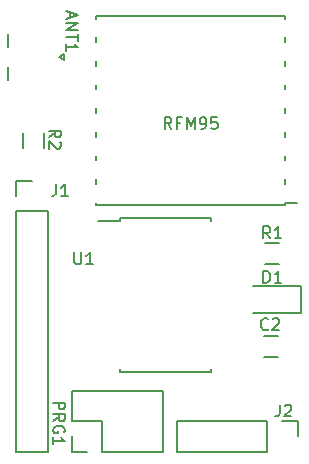
<source format=gbr>
G04 #@! TF.GenerationSoftware,KiCad,Pcbnew,(5.99.0-1365-gd87daebb2)*
G04 #@! TF.CreationDate,2020-04-24T16:17:58+02:00*
G04 #@! TF.ProjectId,LORA_ATTINY_v3,4c4f5241-5f41-4545-9449-4e595f76332e,rev?*
G04 #@! TF.SameCoordinates,Original*
G04 #@! TF.FileFunction,Legend,Top*
G04 #@! TF.FilePolarity,Positive*
%FSLAX46Y46*%
G04 Gerber Fmt 4.6, Leading zero omitted, Abs format (unit mm)*
G04 Created by KiCad (PCBNEW (5.99.0-1365-gd87daebb2)) date 2020-04-24 16:17:58*
%MOMM*%
%LPD*%
G01*
G04 APERTURE LIST*
%ADD10C,0.150000*%
%ADD11C,0.200000*%
%ADD12O,1.802000X1.802000*%
%ADD13O,2.102000X1.102000*%
G04 APERTURE END LIST*
D10*
X113344000Y-65472000D02*
X113344000Y-66802000D01*
X112014000Y-65472000D02*
X113344000Y-65472000D01*
X110744000Y-65472000D02*
X110744000Y-68132000D01*
X110744000Y-68132000D02*
X103064000Y-68132000D01*
X110744000Y-65472000D02*
X103064000Y-65472000D01*
X103064000Y-65472000D02*
X103064000Y-68132000D01*
X89475000Y-45152000D02*
X90805000Y-45152000D01*
X89475000Y-46482000D02*
X89475000Y-45152000D01*
X89475000Y-47752000D02*
X92135000Y-47752000D01*
X92135000Y-47752000D02*
X92135000Y-68132000D01*
X89475000Y-47752000D02*
X89475000Y-68132000D01*
X89475000Y-68132000D02*
X92135000Y-68132000D01*
X110432436Y-58272000D02*
X111636564Y-58272000D01*
X110432436Y-60092000D02*
X111636564Y-60092000D01*
X102108000Y-61374000D02*
X105968000Y-61374000D01*
X105968000Y-61374000D02*
X105968000Y-61139000D01*
X102108000Y-61374000D02*
X98248000Y-61374000D01*
X98248000Y-61374000D02*
X98248000Y-61139000D01*
X102108000Y-48354000D02*
X105968000Y-48354000D01*
X105968000Y-48354000D02*
X105968000Y-48589000D01*
X102108000Y-48354000D02*
X98248000Y-48354000D01*
X98248000Y-48354000D02*
X98248000Y-48589000D01*
X98248000Y-48589000D02*
X96433000Y-48589000D01*
D11*
X112268000Y-31228000D02*
X112268000Y-31428000D01*
X96268000Y-31228000D02*
X112268000Y-31228000D01*
X96268000Y-31428000D02*
X96268000Y-31228000D01*
X96268000Y-33428000D02*
X96268000Y-33028000D01*
X96268000Y-35428000D02*
X96268000Y-35028000D01*
X96268000Y-37428000D02*
X96268000Y-37028000D01*
X96268000Y-39428000D02*
X96268000Y-39028000D01*
X96268000Y-41428000D02*
X96268000Y-41028000D01*
X96268000Y-43428000D02*
X96268000Y-43028000D01*
X96268000Y-45428000D02*
X96268000Y-45028000D01*
X96268000Y-47228000D02*
X96268000Y-47028000D01*
X112268000Y-33428000D02*
X112268000Y-33028000D01*
X112268000Y-47028000D02*
X112268000Y-47228000D01*
X113268000Y-47028000D02*
X112268000Y-47028000D01*
X112268000Y-45028000D02*
X112268000Y-45428000D01*
X112268000Y-43028000D02*
X112268000Y-43428000D01*
X112268000Y-41428000D02*
X112268000Y-41028000D01*
X112268000Y-39428000D02*
X112268000Y-39028000D01*
X112268000Y-37428000D02*
X112268000Y-37028000D01*
X112268000Y-35428000D02*
X112268000Y-35028000D01*
X112268000Y-47228000D02*
X96268000Y-47228000D01*
D10*
X90022000Y-42348564D02*
X90022000Y-41144436D01*
X91842000Y-42348564D02*
X91842000Y-41144436D01*
X110522936Y-50398000D02*
X111727064Y-50398000D01*
X110522936Y-52218000D02*
X111727064Y-52218000D01*
X101914000Y-68132000D02*
X101914000Y-62932000D01*
X96774000Y-68132000D02*
X101914000Y-68132000D01*
X94174000Y-62932000D02*
X101914000Y-62932000D01*
X96774000Y-68132000D02*
X96774000Y-65532000D01*
X96774000Y-65532000D02*
X94174000Y-65532000D01*
X94174000Y-65532000D02*
X94174000Y-62932000D01*
X95504000Y-68132000D02*
X94174000Y-68132000D01*
X94174000Y-68132000D02*
X94174000Y-66802000D01*
X109561500Y-56380000D02*
X113621500Y-56380000D01*
X113621500Y-56380000D02*
X113621500Y-54110000D01*
X113621500Y-54110000D02*
X109561500Y-54110000D01*
X93565000Y-34452000D02*
X93065000Y-34702000D01*
X93565000Y-34952000D02*
X93565000Y-34452000D01*
X93065000Y-34702000D02*
X93565000Y-34952000D01*
X88805000Y-32752000D02*
X88805000Y-33862000D01*
X88805000Y-35542000D02*
X88805000Y-36652000D01*
X111782266Y-64120780D02*
X111782266Y-64835066D01*
X111734647Y-64977923D01*
X111639409Y-65073161D01*
X111496552Y-65120780D01*
X111401314Y-65120780D01*
X112210838Y-64216019D02*
X112258457Y-64168400D01*
X112353695Y-64120780D01*
X112591790Y-64120780D01*
X112687028Y-64168400D01*
X112734647Y-64216019D01*
X112782266Y-64311257D01*
X112782266Y-64406495D01*
X112734647Y-64549352D01*
X112163219Y-65120780D01*
X112782266Y-65120780D01*
X92859266Y-45451780D02*
X92859266Y-46166066D01*
X92811647Y-46308923D01*
X92716409Y-46404161D01*
X92573552Y-46451780D01*
X92478314Y-46451780D01*
X93859266Y-46451780D02*
X93287838Y-46451780D01*
X93573552Y-46451780D02*
X93573552Y-45451780D01*
X93478314Y-45594638D01*
X93383076Y-45689876D01*
X93287838Y-45737495D01*
X110805933Y-57710342D02*
X110758314Y-57757961D01*
X110615457Y-57805580D01*
X110520219Y-57805580D01*
X110377361Y-57757961D01*
X110282123Y-57662723D01*
X110234504Y-57567485D01*
X110186885Y-57377009D01*
X110186885Y-57234152D01*
X110234504Y-57043676D01*
X110282123Y-56948438D01*
X110377361Y-56853200D01*
X110520219Y-56805580D01*
X110615457Y-56805580D01*
X110758314Y-56853200D01*
X110805933Y-56900819D01*
X111186885Y-56900819D02*
X111234504Y-56853200D01*
X111329742Y-56805580D01*
X111567838Y-56805580D01*
X111663076Y-56853200D01*
X111710695Y-56900819D01*
X111758314Y-56996057D01*
X111758314Y-57091295D01*
X111710695Y-57234152D01*
X111139266Y-57805580D01*
X111758314Y-57805580D01*
X94411895Y-51217580D02*
X94411895Y-52027104D01*
X94459514Y-52122342D01*
X94507133Y-52169961D01*
X94602371Y-52217580D01*
X94792847Y-52217580D01*
X94888085Y-52169961D01*
X94935704Y-52122342D01*
X94983323Y-52027104D01*
X94983323Y-51217580D01*
X95983323Y-52217580D02*
X95411895Y-52217580D01*
X95697609Y-52217580D02*
X95697609Y-51217580D01*
X95602371Y-51360438D01*
X95507133Y-51455676D01*
X95411895Y-51503295D01*
X102624142Y-40774880D02*
X102290809Y-40298690D01*
X102052714Y-40774880D02*
X102052714Y-39774880D01*
X102433666Y-39774880D01*
X102528904Y-39822500D01*
X102576523Y-39870119D01*
X102624142Y-39965357D01*
X102624142Y-40108214D01*
X102576523Y-40203452D01*
X102528904Y-40251071D01*
X102433666Y-40298690D01*
X102052714Y-40298690D01*
X103386047Y-40251071D02*
X103052714Y-40251071D01*
X103052714Y-40774880D02*
X103052714Y-39774880D01*
X103528904Y-39774880D01*
X103909857Y-40774880D02*
X103909857Y-39774880D01*
X104243190Y-40489166D01*
X104576523Y-39774880D01*
X104576523Y-40774880D01*
X105100333Y-40774880D02*
X105290809Y-40774880D01*
X105386047Y-40727261D01*
X105433666Y-40679642D01*
X105528904Y-40536785D01*
X105576523Y-40346309D01*
X105576523Y-39965357D01*
X105528904Y-39870119D01*
X105481285Y-39822500D01*
X105386047Y-39774880D01*
X105195571Y-39774880D01*
X105100333Y-39822500D01*
X105052714Y-39870119D01*
X105005095Y-39965357D01*
X105005095Y-40203452D01*
X105052714Y-40298690D01*
X105100333Y-40346309D01*
X105195571Y-40393928D01*
X105386047Y-40393928D01*
X105481285Y-40346309D01*
X105528904Y-40298690D01*
X105576523Y-40203452D01*
X106481285Y-39774880D02*
X106005095Y-39774880D01*
X105957476Y-40251071D01*
X106005095Y-40203452D01*
X106100333Y-40155833D01*
X106338428Y-40155833D01*
X106433666Y-40203452D01*
X106481285Y-40251071D01*
X106528904Y-40346309D01*
X106528904Y-40584404D01*
X106481285Y-40679642D01*
X106433666Y-40727261D01*
X106338428Y-40774880D01*
X106100333Y-40774880D01*
X106005095Y-40727261D01*
X105957476Y-40679642D01*
X92257619Y-41479833D02*
X92733809Y-41146500D01*
X92257619Y-40908404D02*
X93257619Y-40908404D01*
X93257619Y-41289357D01*
X93210000Y-41384595D01*
X93162380Y-41432214D01*
X93067142Y-41479833D01*
X92924285Y-41479833D01*
X92829047Y-41432214D01*
X92781428Y-41384595D01*
X92733809Y-41289357D01*
X92733809Y-40908404D01*
X93162380Y-41860785D02*
X93210000Y-41908404D01*
X93257619Y-42003642D01*
X93257619Y-42241738D01*
X93210000Y-42336976D01*
X93162380Y-42384595D01*
X93067142Y-42432214D01*
X92971904Y-42432214D01*
X92829047Y-42384595D01*
X92257619Y-41813166D01*
X92257619Y-42432214D01*
X110983733Y-50033180D02*
X110650400Y-49556990D01*
X110412304Y-50033180D02*
X110412304Y-49033180D01*
X110793257Y-49033180D01*
X110888495Y-49080800D01*
X110936114Y-49128419D01*
X110983733Y-49223657D01*
X110983733Y-49366514D01*
X110936114Y-49461752D01*
X110888495Y-49509371D01*
X110793257Y-49556990D01*
X110412304Y-49556990D01*
X111936114Y-50033180D02*
X111364685Y-50033180D01*
X111650400Y-50033180D02*
X111650400Y-49033180D01*
X111555161Y-49176038D01*
X111459923Y-49271276D01*
X111364685Y-49318895D01*
X92587819Y-63946304D02*
X93587819Y-63946304D01*
X93587819Y-64327257D01*
X93540200Y-64422495D01*
X93492580Y-64470114D01*
X93397342Y-64517733D01*
X93254485Y-64517733D01*
X93159247Y-64470114D01*
X93111628Y-64422495D01*
X93064009Y-64327257D01*
X93064009Y-63946304D01*
X92587819Y-65517733D02*
X93064009Y-65184400D01*
X92587819Y-64946304D02*
X93587819Y-64946304D01*
X93587819Y-65327257D01*
X93540200Y-65422495D01*
X93492580Y-65470114D01*
X93397342Y-65517733D01*
X93254485Y-65517733D01*
X93159247Y-65470114D01*
X93111628Y-65422495D01*
X93064009Y-65327257D01*
X93064009Y-64946304D01*
X93540200Y-66470114D02*
X93587819Y-66374876D01*
X93587819Y-66232019D01*
X93540200Y-66089161D01*
X93444961Y-65993923D01*
X93349723Y-65946304D01*
X93159247Y-65898685D01*
X93016390Y-65898685D01*
X92825914Y-65946304D01*
X92730676Y-65993923D01*
X92635438Y-66089161D01*
X92587819Y-66232019D01*
X92587819Y-66327257D01*
X92635438Y-66470114D01*
X92683057Y-66517733D01*
X93016390Y-66517733D01*
X93016390Y-66327257D01*
X92587819Y-67470114D02*
X92587819Y-66898685D01*
X92587819Y-67184400D02*
X93587819Y-67184400D01*
X93444961Y-67089161D01*
X93349723Y-66993923D01*
X93302104Y-66898685D01*
X110412304Y-53792380D02*
X110412304Y-52792380D01*
X110650400Y-52792380D01*
X110793257Y-52840000D01*
X110888495Y-52935238D01*
X110936114Y-53030476D01*
X110983733Y-53220952D01*
X110983733Y-53363809D01*
X110936114Y-53554285D01*
X110888495Y-53649523D01*
X110793257Y-53744761D01*
X110650400Y-53792380D01*
X110412304Y-53792380D01*
X111936114Y-53792380D02*
X111364685Y-53792380D01*
X111650400Y-53792380D02*
X111650400Y-52792380D01*
X111555161Y-52935238D01*
X111459923Y-53030476D01*
X111364685Y-53078095D01*
X93991133Y-30923952D02*
X93991133Y-31400142D01*
X93705419Y-30828714D02*
X94705419Y-31162047D01*
X93705419Y-31495380D01*
X93705419Y-31828714D02*
X94705419Y-31828714D01*
X93705419Y-32400142D01*
X94705419Y-32400142D01*
X94705419Y-32733476D02*
X94705419Y-33304904D01*
X93705419Y-33019190D02*
X94705419Y-33019190D01*
X93705419Y-34162047D02*
X93705419Y-33590619D01*
X93705419Y-33876333D02*
X94705419Y-33876333D01*
X94562561Y-33781095D01*
X94467323Y-33685857D01*
X94419704Y-33590619D01*
%LPC*%
D12*
X104394000Y-66802000D03*
X106934000Y-66802000D03*
X109474000Y-66802000D03*
G36*
G01*
X111164000Y-65901000D02*
X112864000Y-65901000D01*
G75*
G02*
X112915000Y-65952000I0J-51000D01*
G01*
X112915000Y-67652000D01*
G75*
G02*
X112864000Y-67703000I-51000J0D01*
G01*
X111164000Y-67703000D01*
G75*
G02*
X111113000Y-67652000I0J51000D01*
G01*
X111113000Y-65952000D01*
G75*
G02*
X111164000Y-65901000I51000J0D01*
G01*
G37*
X90805000Y-66802000D03*
X90805000Y-64262000D03*
X90805000Y-61722000D03*
X90805000Y-59182000D03*
X90805000Y-56642000D03*
X90805000Y-54102000D03*
X90805000Y-51562000D03*
X90805000Y-49022000D03*
G36*
G01*
X89904000Y-47332000D02*
X89904000Y-45632000D01*
G75*
G02*
X89955000Y-45581000I51000J0D01*
G01*
X91655000Y-45581000D01*
G75*
G02*
X91706000Y-45632000I0J-51000D01*
G01*
X91706000Y-47332000D01*
G75*
G02*
X91655000Y-47383000I-51000J0D01*
G01*
X89955000Y-47383000D01*
G75*
G02*
X89904000Y-47332000I0J51000D01*
G01*
G37*
G36*
G01*
X111758500Y-59840106D02*
X111758500Y-58523894D01*
G75*
G02*
X112026394Y-58256000I267894J0D01*
G01*
X113017606Y-58256000D01*
G75*
G02*
X113285500Y-58523894I0J-267894D01*
G01*
X113285500Y-59840106D01*
G75*
G02*
X113017606Y-60108000I-267894J0D01*
G01*
X112026394Y-60108000D01*
G75*
G02*
X111758500Y-59840106I0J267894D01*
G01*
G37*
G36*
G01*
X108783500Y-59840106D02*
X108783500Y-58523894D01*
G75*
G02*
X109051394Y-58256000I267894J0D01*
G01*
X110042606Y-58256000D01*
G75*
G02*
X110310500Y-58523894I0J-267894D01*
G01*
X110310500Y-59840106D01*
G75*
G02*
X110042606Y-60108000I-267894J0D01*
G01*
X109051394Y-60108000D01*
G75*
G02*
X108783500Y-59840106I0J267894D01*
G01*
G37*
G36*
G01*
X105682000Y-49324500D02*
X105682000Y-48973500D01*
G75*
G02*
X105857500Y-48798000I175500J0D01*
G01*
X107658500Y-48798000D01*
G75*
G02*
X107834000Y-48973500I0J-175500D01*
G01*
X107834000Y-49324500D01*
G75*
G02*
X107658500Y-49500000I-175500J0D01*
G01*
X105857500Y-49500000D01*
G75*
G02*
X105682000Y-49324500I0J175500D01*
G01*
G37*
G36*
G01*
X105682000Y-50594500D02*
X105682000Y-50243500D01*
G75*
G02*
X105857500Y-50068000I175500J0D01*
G01*
X107658500Y-50068000D01*
G75*
G02*
X107834000Y-50243500I0J-175500D01*
G01*
X107834000Y-50594500D01*
G75*
G02*
X107658500Y-50770000I-175500J0D01*
G01*
X105857500Y-50770000D01*
G75*
G02*
X105682000Y-50594500I0J175500D01*
G01*
G37*
G36*
G01*
X105682000Y-51864500D02*
X105682000Y-51513500D01*
G75*
G02*
X105857500Y-51338000I175500J0D01*
G01*
X107658500Y-51338000D01*
G75*
G02*
X107834000Y-51513500I0J-175500D01*
G01*
X107834000Y-51864500D01*
G75*
G02*
X107658500Y-52040000I-175500J0D01*
G01*
X105857500Y-52040000D01*
G75*
G02*
X105682000Y-51864500I0J175500D01*
G01*
G37*
G36*
G01*
X105682000Y-53134500D02*
X105682000Y-52783500D01*
G75*
G02*
X105857500Y-52608000I175500J0D01*
G01*
X107658500Y-52608000D01*
G75*
G02*
X107834000Y-52783500I0J-175500D01*
G01*
X107834000Y-53134500D01*
G75*
G02*
X107658500Y-53310000I-175500J0D01*
G01*
X105857500Y-53310000D01*
G75*
G02*
X105682000Y-53134500I0J175500D01*
G01*
G37*
G36*
G01*
X105682000Y-54404500D02*
X105682000Y-54053500D01*
G75*
G02*
X105857500Y-53878000I175500J0D01*
G01*
X107658500Y-53878000D01*
G75*
G02*
X107834000Y-54053500I0J-175500D01*
G01*
X107834000Y-54404500D01*
G75*
G02*
X107658500Y-54580000I-175500J0D01*
G01*
X105857500Y-54580000D01*
G75*
G02*
X105682000Y-54404500I0J175500D01*
G01*
G37*
G36*
G01*
X105682000Y-55674500D02*
X105682000Y-55323500D01*
G75*
G02*
X105857500Y-55148000I175500J0D01*
G01*
X107658500Y-55148000D01*
G75*
G02*
X107834000Y-55323500I0J-175500D01*
G01*
X107834000Y-55674500D01*
G75*
G02*
X107658500Y-55850000I-175500J0D01*
G01*
X105857500Y-55850000D01*
G75*
G02*
X105682000Y-55674500I0J175500D01*
G01*
G37*
G36*
G01*
X105682000Y-56944500D02*
X105682000Y-56593500D01*
G75*
G02*
X105857500Y-56418000I175500J0D01*
G01*
X107658500Y-56418000D01*
G75*
G02*
X107834000Y-56593500I0J-175500D01*
G01*
X107834000Y-56944500D01*
G75*
G02*
X107658500Y-57120000I-175500J0D01*
G01*
X105857500Y-57120000D01*
G75*
G02*
X105682000Y-56944500I0J175500D01*
G01*
G37*
G36*
G01*
X105682000Y-58214500D02*
X105682000Y-57863500D01*
G75*
G02*
X105857500Y-57688000I175500J0D01*
G01*
X107658500Y-57688000D01*
G75*
G02*
X107834000Y-57863500I0J-175500D01*
G01*
X107834000Y-58214500D01*
G75*
G02*
X107658500Y-58390000I-175500J0D01*
G01*
X105857500Y-58390000D01*
G75*
G02*
X105682000Y-58214500I0J175500D01*
G01*
G37*
G36*
G01*
X105682000Y-59484500D02*
X105682000Y-59133500D01*
G75*
G02*
X105857500Y-58958000I175500J0D01*
G01*
X107658500Y-58958000D01*
G75*
G02*
X107834000Y-59133500I0J-175500D01*
G01*
X107834000Y-59484500D01*
G75*
G02*
X107658500Y-59660000I-175500J0D01*
G01*
X105857500Y-59660000D01*
G75*
G02*
X105682000Y-59484500I0J175500D01*
G01*
G37*
G36*
G01*
X105682000Y-60754500D02*
X105682000Y-60403500D01*
G75*
G02*
X105857500Y-60228000I175500J0D01*
G01*
X107658500Y-60228000D01*
G75*
G02*
X107834000Y-60403500I0J-175500D01*
G01*
X107834000Y-60754500D01*
G75*
G02*
X107658500Y-60930000I-175500J0D01*
G01*
X105857500Y-60930000D01*
G75*
G02*
X105682000Y-60754500I0J175500D01*
G01*
G37*
G36*
G01*
X96382000Y-60754500D02*
X96382000Y-60403500D01*
G75*
G02*
X96557500Y-60228000I175500J0D01*
G01*
X98358500Y-60228000D01*
G75*
G02*
X98534000Y-60403500I0J-175500D01*
G01*
X98534000Y-60754500D01*
G75*
G02*
X98358500Y-60930000I-175500J0D01*
G01*
X96557500Y-60930000D01*
G75*
G02*
X96382000Y-60754500I0J175500D01*
G01*
G37*
G36*
G01*
X96382000Y-59484500D02*
X96382000Y-59133500D01*
G75*
G02*
X96557500Y-58958000I175500J0D01*
G01*
X98358500Y-58958000D01*
G75*
G02*
X98534000Y-59133500I0J-175500D01*
G01*
X98534000Y-59484500D01*
G75*
G02*
X98358500Y-59660000I-175500J0D01*
G01*
X96557500Y-59660000D01*
G75*
G02*
X96382000Y-59484500I0J175500D01*
G01*
G37*
G36*
G01*
X96382000Y-58214500D02*
X96382000Y-57863500D01*
G75*
G02*
X96557500Y-57688000I175500J0D01*
G01*
X98358500Y-57688000D01*
G75*
G02*
X98534000Y-57863500I0J-175500D01*
G01*
X98534000Y-58214500D01*
G75*
G02*
X98358500Y-58390000I-175500J0D01*
G01*
X96557500Y-58390000D01*
G75*
G02*
X96382000Y-58214500I0J175500D01*
G01*
G37*
G36*
G01*
X96382000Y-56944500D02*
X96382000Y-56593500D01*
G75*
G02*
X96557500Y-56418000I175500J0D01*
G01*
X98358500Y-56418000D01*
G75*
G02*
X98534000Y-56593500I0J-175500D01*
G01*
X98534000Y-56944500D01*
G75*
G02*
X98358500Y-57120000I-175500J0D01*
G01*
X96557500Y-57120000D01*
G75*
G02*
X96382000Y-56944500I0J175500D01*
G01*
G37*
G36*
G01*
X96382000Y-55674500D02*
X96382000Y-55323500D01*
G75*
G02*
X96557500Y-55148000I175500J0D01*
G01*
X98358500Y-55148000D01*
G75*
G02*
X98534000Y-55323500I0J-175500D01*
G01*
X98534000Y-55674500D01*
G75*
G02*
X98358500Y-55850000I-175500J0D01*
G01*
X96557500Y-55850000D01*
G75*
G02*
X96382000Y-55674500I0J175500D01*
G01*
G37*
G36*
G01*
X96382000Y-54404500D02*
X96382000Y-54053500D01*
G75*
G02*
X96557500Y-53878000I175500J0D01*
G01*
X98358500Y-53878000D01*
G75*
G02*
X98534000Y-54053500I0J-175500D01*
G01*
X98534000Y-54404500D01*
G75*
G02*
X98358500Y-54580000I-175500J0D01*
G01*
X96557500Y-54580000D01*
G75*
G02*
X96382000Y-54404500I0J175500D01*
G01*
G37*
G36*
G01*
X96382000Y-53134500D02*
X96382000Y-52783500D01*
G75*
G02*
X96557500Y-52608000I175500J0D01*
G01*
X98358500Y-52608000D01*
G75*
G02*
X98534000Y-52783500I0J-175500D01*
G01*
X98534000Y-53134500D01*
G75*
G02*
X98358500Y-53310000I-175500J0D01*
G01*
X96557500Y-53310000D01*
G75*
G02*
X96382000Y-53134500I0J175500D01*
G01*
G37*
G36*
G01*
X96382000Y-51864500D02*
X96382000Y-51513500D01*
G75*
G02*
X96557500Y-51338000I175500J0D01*
G01*
X98358500Y-51338000D01*
G75*
G02*
X98534000Y-51513500I0J-175500D01*
G01*
X98534000Y-51864500D01*
G75*
G02*
X98358500Y-52040000I-175500J0D01*
G01*
X96557500Y-52040000D01*
G75*
G02*
X96382000Y-51864500I0J175500D01*
G01*
G37*
G36*
G01*
X96382000Y-50594500D02*
X96382000Y-50243500D01*
G75*
G02*
X96557500Y-50068000I175500J0D01*
G01*
X98358500Y-50068000D01*
G75*
G02*
X98534000Y-50243500I0J-175500D01*
G01*
X98534000Y-50594500D01*
G75*
G02*
X98358500Y-50770000I-175500J0D01*
G01*
X96557500Y-50770000D01*
G75*
G02*
X96382000Y-50594500I0J175500D01*
G01*
G37*
G36*
G01*
X96382000Y-49324500D02*
X96382000Y-48973500D01*
G75*
G02*
X96557500Y-48798000I175500J0D01*
G01*
X98358500Y-48798000D01*
G75*
G02*
X98534000Y-48973500I0J-175500D01*
G01*
X98534000Y-49324500D01*
G75*
G02*
X98358500Y-49500000I-175500J0D01*
G01*
X96557500Y-49500000D01*
G75*
G02*
X96382000Y-49324500I0J175500D01*
G01*
G37*
D13*
X96268000Y-46228000D03*
X96268000Y-44228000D03*
X96268000Y-42228000D03*
X96268000Y-40228000D03*
X96268000Y-38228000D03*
X96268000Y-36228000D03*
X96268000Y-34228000D03*
X96268000Y-32228000D03*
X112268000Y-32228000D03*
X112268000Y-34228000D03*
X112268000Y-36228000D03*
X112268000Y-38228000D03*
X112268000Y-40228000D03*
X112268000Y-42228000D03*
X112268000Y-44228000D03*
X112268000Y-46228000D03*
G36*
G01*
X91590106Y-41022500D02*
X90273894Y-41022500D01*
G75*
G02*
X90006000Y-40754606I0J267894D01*
G01*
X90006000Y-39763394D01*
G75*
G02*
X90273894Y-39495500I267894J0D01*
G01*
X91590106Y-39495500D01*
G75*
G02*
X91858000Y-39763394I0J-267894D01*
G01*
X91858000Y-40754606D01*
G75*
G02*
X91590106Y-41022500I-267894J0D01*
G01*
G37*
G36*
G01*
X91590106Y-43997500D02*
X90273894Y-43997500D01*
G75*
G02*
X90006000Y-43729606I0J267894D01*
G01*
X90006000Y-42738394D01*
G75*
G02*
X90273894Y-42470500I267894J0D01*
G01*
X91590106Y-42470500D01*
G75*
G02*
X91858000Y-42738394I0J-267894D01*
G01*
X91858000Y-43729606D01*
G75*
G02*
X91590106Y-43997500I-267894J0D01*
G01*
G37*
G36*
G01*
X111849000Y-51966106D02*
X111849000Y-50649894D01*
G75*
G02*
X112116894Y-50382000I267894J0D01*
G01*
X113108106Y-50382000D01*
G75*
G02*
X113376000Y-50649894I0J-267894D01*
G01*
X113376000Y-51966106D01*
G75*
G02*
X113108106Y-52234000I-267894J0D01*
G01*
X112116894Y-52234000D01*
G75*
G02*
X111849000Y-51966106I0J267894D01*
G01*
G37*
G36*
G01*
X108874000Y-51966106D02*
X108874000Y-50649894D01*
G75*
G02*
X109141894Y-50382000I267894J0D01*
G01*
X110133106Y-50382000D01*
G75*
G02*
X110401000Y-50649894I0J-267894D01*
G01*
X110401000Y-51966106D01*
G75*
G02*
X110133106Y-52234000I-267894J0D01*
G01*
X109141894Y-52234000D01*
G75*
G02*
X108874000Y-51966106I0J267894D01*
G01*
G37*
D12*
X100584000Y-64262000D03*
X100584000Y-66802000D03*
X98044000Y-64262000D03*
X98044000Y-66802000D03*
X95504000Y-64262000D03*
G36*
G01*
X96354000Y-67703000D02*
X94654000Y-67703000D01*
G75*
G02*
X94603000Y-67652000I0J51000D01*
G01*
X94603000Y-65952000D01*
G75*
G02*
X94654000Y-65901000I51000J0D01*
G01*
X96354000Y-65901000D01*
G75*
G02*
X96405000Y-65952000I0J-51000D01*
G01*
X96405000Y-67652000D01*
G75*
G02*
X96354000Y-67703000I-51000J0D01*
G01*
G37*
G36*
G01*
X110437500Y-54586894D02*
X110437500Y-55903106D01*
G75*
G02*
X110169606Y-56171000I-267894J0D01*
G01*
X109178394Y-56171000D01*
G75*
G02*
X108910500Y-55903106I0J267894D01*
G01*
X108910500Y-54586894D01*
G75*
G02*
X109178394Y-54319000I267894J0D01*
G01*
X110169606Y-54319000D01*
G75*
G02*
X110437500Y-54586894I0J-267894D01*
G01*
G37*
G36*
G01*
X113412500Y-54586894D02*
X113412500Y-55903106D01*
G75*
G02*
X113144606Y-56171000I-267894J0D01*
G01*
X112153394Y-56171000D01*
G75*
G02*
X111885500Y-55903106I0J267894D01*
G01*
X111885500Y-54586894D01*
G75*
G02*
X112153394Y-54319000I267894J0D01*
G01*
X113144606Y-54319000D01*
G75*
G02*
X113412500Y-54586894I0J-267894D01*
G01*
G37*
G36*
G01*
X88764399Y-34051000D02*
X90864401Y-34051000D01*
G75*
G02*
X90915400Y-34101999I0J-50999D01*
G01*
X90915400Y-35302001D01*
G75*
G02*
X90864401Y-35353000I-50999J0D01*
G01*
X88764399Y-35353000D01*
G75*
G02*
X88713400Y-35302001I0J50999D01*
G01*
X88713400Y-34101999D01*
G75*
G02*
X88764399Y-34051000I50999J0D01*
G01*
G37*
G36*
X92936997Y-38241273D02*
G01*
X92905199Y-38252400D01*
X88705200Y-38252399D01*
X88665327Y-38233197D01*
X88654200Y-38201399D01*
X88654200Y-36851399D01*
X88673402Y-36811526D01*
X88705200Y-36800399D01*
X90854200Y-36800399D01*
X90854200Y-35751400D01*
X90873402Y-35711527D01*
X90905200Y-35700400D01*
X92905200Y-35700401D01*
X92945073Y-35719603D01*
X92956200Y-35751401D01*
X92956199Y-38201400D01*
X92936997Y-38241273D01*
G37*
G36*
X92936997Y-33689593D02*
G01*
X92905199Y-33700720D01*
X90905200Y-33700719D01*
X90865327Y-33681517D01*
X90854200Y-33649719D01*
X90854200Y-32600719D01*
X88705200Y-32600719D01*
X88665327Y-32581517D01*
X88654200Y-32549719D01*
X88654200Y-31199720D01*
X88673402Y-31159847D01*
X88705200Y-31148720D01*
X92905200Y-31148721D01*
X92945073Y-31167923D01*
X92956200Y-31199721D01*
X92956199Y-33649720D01*
X92936997Y-33689593D01*
G37*
M02*

</source>
